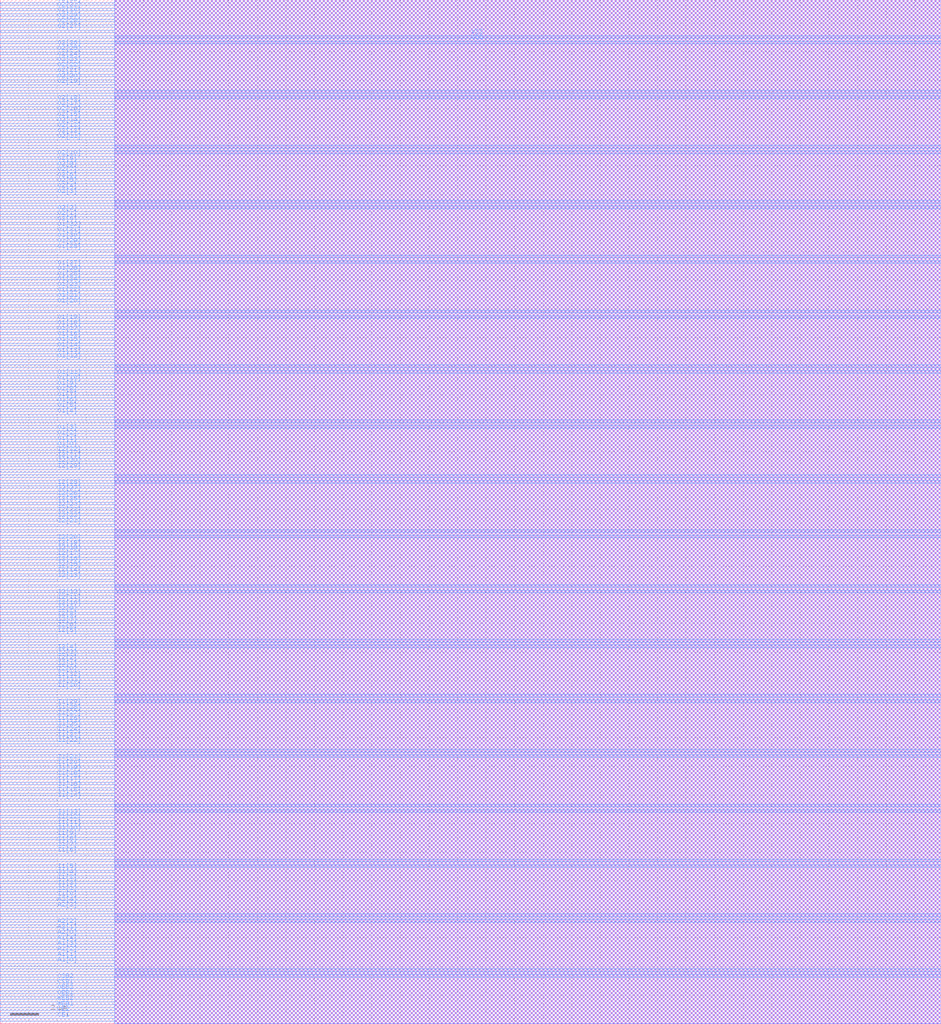
<source format=lef>
VERSION 5.6 ;
BUSBITCHARS "[]" ;
DIVIDERCHAR "/" ;

MACRO SRAM2RW32x33
  CLASS BLOCK ;
  ORIGIN 0 0 ;
  FOREIGN SRAM2RW32x33 0 0 ;
  SIZE 32.928 BY 35.808 ;
  SYMMETRY X Y ;
  SITE asap7sc7p5t ;
  PIN VDD
    DIRECTION INOUT ;
    USE POWER ;
    PORT 
      LAYER M4 ;
        RECT 0.0 1.632 32.928 1.728 ;
        RECT 0.0 3.552 32.928 3.648 ;
        RECT 0.0 5.472 32.928 5.568 ;
        RECT 0.0 7.392 32.928 7.488 ;
        RECT 0.0 9.312 32.928 9.408 ;
        RECT 0.0 11.232 32.928 11.328 ;
        RECT 0.0 13.152 32.928 13.248 ;
        RECT 0.0 15.072 32.928 15.168 ;
        RECT 0.0 16.992 32.928 17.088 ;
        RECT 0.0 18.912 32.928 19.008 ;
        RECT 0.0 20.832 32.928 20.928 ;
        RECT 0.0 22.752 32.928 22.848 ;
        RECT 0.0 24.672 32.928 24.768 ;
        RECT 0.0 26.592 32.928 26.688 ;
        RECT 0.0 28.512 32.928 28.608 ;
        RECT 0.0 30.432 32.928 30.528 ;
        RECT 0.0 32.352 32.928 32.448 ;
        RECT 0.0 34.272 32.928 34.368 ;
    END 
  END VDD
  PIN VSS
    DIRECTION INOUT ;
    USE GROUND ;
    PORT 
      LAYER M4 ;
        RECT 0.0 1.824 32.928 1.92 ;
        RECT 0.0 3.744 32.928 3.84 ;
        RECT 0.0 5.664 32.928 5.76 ;
        RECT 0.0 7.584 32.928 7.68 ;
        RECT 0.0 9.504 32.928 9.6 ;
        RECT 0.0 11.424 32.928 11.52 ;
        RECT 0.0 13.344 32.928 13.44 ;
        RECT 0.0 15.264 32.928 15.36 ;
        RECT 0.0 17.184 32.928 17.28 ;
        RECT 0.0 19.104 32.928 19.2 ;
        RECT 0.0 21.024 32.928 21.12 ;
        RECT 0.0 22.944 32.928 23.04 ;
        RECT 0.0 24.864 32.928 24.96 ;
        RECT 0.0 26.784 32.928 26.88 ;
        RECT 0.0 28.704 32.928 28.8 ;
        RECT 0.0 30.624 32.928 30.72 ;
        RECT 0.0 32.544 32.928 32.64 ;
        RECT 0.0 34.464 32.928 34.56 ;
    END 
  END VSS
  PIN CE1
    DIRECTION INPUT ;
    USE SIGNAL ;
    PORT 
      LAYER M4 ;
        RECT 0.0 0.096 4.0 0.192 ;
    END 
  END CE1
  PIN CE2
    DIRECTION INPUT ;
    USE SIGNAL ;
    PORT 
      LAYER M4 ;
        RECT 0.0 0.288 4.0 0.384 ;
    END 
  END CE2
  PIN WEB1
    DIRECTION INPUT ;
    USE SIGNAL ;
    PORT 
      LAYER M4 ;
        RECT 0.0 0.48 4.0 0.576 ;
    END 
  END WEB1
  PIN WEB2
    DIRECTION INPUT ;
    USE SIGNAL ;
    PORT 
      LAYER M4 ;
        RECT 0.0 0.672 4.0 0.768 ;
    END 
  END WEB2
  PIN OEB1
    DIRECTION INPUT ;
    USE SIGNAL ;
    PORT 
      LAYER M4 ;
        RECT 0.0 0.864 4.0 0.96 ;
    END 
  END OEB1
  PIN OEB2
    DIRECTION INPUT ;
    USE SIGNAL ;
    PORT 
      LAYER M4 ;
        RECT 0.0 1.056 4.0 1.152 ;
    END 
  END OEB2
  PIN CSB1
    DIRECTION INPUT ;
    USE SIGNAL ;
    PORT 
      LAYER M4 ;
        RECT 0.0 1.248 4.0 1.344 ;
    END 
  END CSB1
  PIN CSB2
    DIRECTION INPUT ;
    USE SIGNAL ;
    PORT 
      LAYER M4 ;
        RECT 0.0 1.44 4.0 1.536 ;
    END 
  END CSB2
  PIN A1[0]
    DIRECTION INPUT ;
    USE SIGNAL ;
    PORT 
      LAYER M4 ;
        RECT 0.0 2.016 4.0 2.112 ;
    END 
  END A1[0]
  PIN A1[1]
    DIRECTION INPUT ;
    USE SIGNAL ;
    PORT 
      LAYER M4 ;
        RECT 0.0 2.208 4.0 2.304 ;
    END 
  END A1[1]
  PIN A1[2]
    DIRECTION INPUT ;
    USE SIGNAL ;
    PORT 
      LAYER M4 ;
        RECT 0.0 2.4 4.0 2.496 ;
    END 
  END A1[2]
  PIN A1[3]
    DIRECTION INPUT ;
    USE SIGNAL ;
    PORT 
      LAYER M4 ;
        RECT 0.0 2.592 4.0 2.688 ;
    END 
  END A1[3]
  PIN A1[4]
    DIRECTION INPUT ;
    USE SIGNAL ;
    PORT 
      LAYER M4 ;
        RECT 0.0 2.784 4.0 2.88 ;
    END 
  END A1[4]
  PIN A2[0]
    DIRECTION INPUT ;
    USE SIGNAL ;
    PORT 
      LAYER M4 ;
        RECT 0.0 2.976 4.0 3.072 ;
    END 
  END A2[0]
  PIN A2[1]
    DIRECTION INPUT ;
    USE SIGNAL ;
    PORT 
      LAYER M4 ;
        RECT 0.0 3.168 4.0 3.264 ;
    END 
  END A2[1]
  PIN A2[2]
    DIRECTION INPUT ;
    USE SIGNAL ;
    PORT 
      LAYER M4 ;
        RECT 0.0 3.36 4.0 3.456 ;
    END 
  END A2[2]
  PIN A2[3]
    DIRECTION INPUT ;
    USE SIGNAL ;
    PORT 
      LAYER M4 ;
        RECT 0.0 3.936 4.0 4.032 ;
    END 
  END A2[3]
  PIN A2[4]
    DIRECTION INPUT ;
    USE SIGNAL ;
    PORT 
      LAYER M4 ;
        RECT 0.0 4.128 4.0 4.224 ;
    END 
  END A2[4]
  PIN I1[0]
    DIRECTION INPUT ;
    USE SIGNAL ;
    PORT 
      LAYER M4 ;
        RECT 0.0 4.32 4.0 4.416 ;
    END 
  END I1[0]
  PIN I1[1]
    DIRECTION INPUT ;
    USE SIGNAL ;
    PORT 
      LAYER M4 ;
        RECT 0.0 4.512 4.0 4.608 ;
    END 
  END I1[1]
  PIN I1[2]
    DIRECTION INPUT ;
    USE SIGNAL ;
    PORT 
      LAYER M4 ;
        RECT 0.0 4.704 4.0 4.8 ;
    END 
  END I1[2]
  PIN I1[3]
    DIRECTION INPUT ;
    USE SIGNAL ;
    PORT 
      LAYER M4 ;
        RECT 0.0 4.896 4.0 4.992 ;
    END 
  END I1[3]
  PIN I1[4]
    DIRECTION INPUT ;
    USE SIGNAL ;
    PORT 
      LAYER M4 ;
        RECT 0.0 5.088 4.0 5.184 ;
    END 
  END I1[4]
  PIN I1[5]
    DIRECTION INPUT ;
    USE SIGNAL ;
    PORT 
      LAYER M4 ;
        RECT 0.0 5.28 4.0 5.376 ;
    END 
  END I1[5]
  PIN I1[6]
    DIRECTION INPUT ;
    USE SIGNAL ;
    PORT 
      LAYER M4 ;
        RECT 0.0 5.856 4.0 5.952 ;
    END 
  END I1[6]
  PIN I1[7]
    DIRECTION INPUT ;
    USE SIGNAL ;
    PORT 
      LAYER M4 ;
        RECT 0.0 6.048 4.0 6.144 ;
    END 
  END I1[7]
  PIN I1[8]
    DIRECTION INPUT ;
    USE SIGNAL ;
    PORT 
      LAYER M4 ;
        RECT 0.0 6.24 4.0 6.336 ;
    END 
  END I1[8]
  PIN I1[9]
    DIRECTION INPUT ;
    USE SIGNAL ;
    PORT 
      LAYER M4 ;
        RECT 0.0 6.432 4.0 6.528 ;
    END 
  END I1[9]
  PIN I1[10]
    DIRECTION INPUT ;
    USE SIGNAL ;
    PORT 
      LAYER M4 ;
        RECT 0.0 6.624 4.0 6.72 ;
    END 
  END I1[10]
  PIN I1[11]
    DIRECTION INPUT ;
    USE SIGNAL ;
    PORT 
      LAYER M4 ;
        RECT 0.0 6.816 4.0 6.912 ;
    END 
  END I1[11]
  PIN I1[12]
    DIRECTION INPUT ;
    USE SIGNAL ;
    PORT 
      LAYER M4 ;
        RECT 0.0 7.008 4.0 7.104 ;
    END 
  END I1[12]
  PIN I1[13]
    DIRECTION INPUT ;
    USE SIGNAL ;
    PORT 
      LAYER M4 ;
        RECT 0.0 7.2 4.0 7.296 ;
    END 
  END I1[13]
  PIN I1[14]
    DIRECTION INPUT ;
    USE SIGNAL ;
    PORT 
      LAYER M4 ;
        RECT 0.0 7.776 4.0 7.872 ;
    END 
  END I1[14]
  PIN I1[15]
    DIRECTION INPUT ;
    USE SIGNAL ;
    PORT 
      LAYER M4 ;
        RECT 0.0 7.968 4.0 8.064 ;
    END 
  END I1[15]
  PIN I1[16]
    DIRECTION INPUT ;
    USE SIGNAL ;
    PORT 
      LAYER M4 ;
        RECT 0.0 8.16 4.0 8.256 ;
    END 
  END I1[16]
  PIN I1[17]
    DIRECTION INPUT ;
    USE SIGNAL ;
    PORT 
      LAYER M4 ;
        RECT 0.0 8.352 4.0 8.448 ;
    END 
  END I1[17]
  PIN I1[18]
    DIRECTION INPUT ;
    USE SIGNAL ;
    PORT 
      LAYER M4 ;
        RECT 0.0 8.544 4.0 8.64 ;
    END 
  END I1[18]
  PIN I1[19]
    DIRECTION INPUT ;
    USE SIGNAL ;
    PORT 
      LAYER M4 ;
        RECT 0.0 8.736 4.0 8.832 ;
    END 
  END I1[19]
  PIN I1[20]
    DIRECTION INPUT ;
    USE SIGNAL ;
    PORT 
      LAYER M4 ;
        RECT 0.0 8.928 4.0 9.024 ;
    END 
  END I1[20]
  PIN I1[21]
    DIRECTION INPUT ;
    USE SIGNAL ;
    PORT 
      LAYER M4 ;
        RECT 0.0 9.12 4.0 9.216 ;
    END 
  END I1[21]
  PIN I1[22]
    DIRECTION INPUT ;
    USE SIGNAL ;
    PORT 
      LAYER M4 ;
        RECT 0.0 9.696 4.0 9.792 ;
    END 
  END I1[22]
  PIN I1[23]
    DIRECTION INPUT ;
    USE SIGNAL ;
    PORT 
      LAYER M4 ;
        RECT 0.0 9.888 4.0 9.984 ;
    END 
  END I1[23]
  PIN I1[24]
    DIRECTION INPUT ;
    USE SIGNAL ;
    PORT 
      LAYER M4 ;
        RECT 0.0 10.08 4.0 10.176 ;
    END 
  END I1[24]
  PIN I1[25]
    DIRECTION INPUT ;
    USE SIGNAL ;
    PORT 
      LAYER M4 ;
        RECT 0.0 10.272 4.0 10.368 ;
    END 
  END I1[25]
  PIN I1[26]
    DIRECTION INPUT ;
    USE SIGNAL ;
    PORT 
      LAYER M4 ;
        RECT 0.0 10.464 4.0 10.56 ;
    END 
  END I1[26]
  PIN I1[27]
    DIRECTION INPUT ;
    USE SIGNAL ;
    PORT 
      LAYER M4 ;
        RECT 0.0 10.656 4.0 10.752 ;
    END 
  END I1[27]
  PIN I1[28]
    DIRECTION INPUT ;
    USE SIGNAL ;
    PORT 
      LAYER M4 ;
        RECT 0.0 10.848 4.0 10.944 ;
    END 
  END I1[28]
  PIN I1[29]
    DIRECTION INPUT ;
    USE SIGNAL ;
    PORT 
      LAYER M4 ;
        RECT 0.0 11.04 4.0 11.136 ;
    END 
  END I1[29]
  PIN I1[30]
    DIRECTION INPUT ;
    USE SIGNAL ;
    PORT 
      LAYER M4 ;
        RECT 0.0 11.616 4.0 11.712 ;
    END 
  END I1[30]
  PIN I1[31]
    DIRECTION INPUT ;
    USE SIGNAL ;
    PORT 
      LAYER M4 ;
        RECT 0.0 11.808 4.0 11.904 ;
    END 
  END I1[31]
  PIN I1[32]
    DIRECTION INPUT ;
    USE SIGNAL ;
    PORT 
      LAYER M4 ;
        RECT 0.0 12.0 4.0 12.096 ;
    END 
  END I1[32]
  PIN I2[0]
    DIRECTION INPUT ;
    USE SIGNAL ;
    PORT 
      LAYER M4 ;
        RECT 0.0 12.192 4.0 12.288 ;
    END 
  END I2[0]
  PIN I2[1]
    DIRECTION INPUT ;
    USE SIGNAL ;
    PORT 
      LAYER M4 ;
        RECT 0.0 12.384 4.0 12.48 ;
    END 
  END I2[1]
  PIN I2[2]
    DIRECTION INPUT ;
    USE SIGNAL ;
    PORT 
      LAYER M4 ;
        RECT 0.0 12.576 4.0 12.672 ;
    END 
  END I2[2]
  PIN I2[3]
    DIRECTION INPUT ;
    USE SIGNAL ;
    PORT 
      LAYER M4 ;
        RECT 0.0 12.768 4.0 12.864 ;
    END 
  END I2[3]
  PIN I2[4]
    DIRECTION INPUT ;
    USE SIGNAL ;
    PORT 
      LAYER M4 ;
        RECT 0.0 12.96 4.0 13.056 ;
    END 
  END I2[4]
  PIN I2[5]
    DIRECTION INPUT ;
    USE SIGNAL ;
    PORT 
      LAYER M4 ;
        RECT 0.0 13.536 4.0 13.632 ;
    END 
  END I2[5]
  PIN I2[6]
    DIRECTION INPUT ;
    USE SIGNAL ;
    PORT 
      LAYER M4 ;
        RECT 0.0 13.728 4.0 13.824 ;
    END 
  END I2[6]
  PIN I2[7]
    DIRECTION INPUT ;
    USE SIGNAL ;
    PORT 
      LAYER M4 ;
        RECT 0.0 13.92 4.0 14.016 ;
    END 
  END I2[7]
  PIN I2[8]
    DIRECTION INPUT ;
    USE SIGNAL ;
    PORT 
      LAYER M4 ;
        RECT 0.0 14.112 4.0 14.208 ;
    END 
  END I2[8]
  PIN I2[9]
    DIRECTION INPUT ;
    USE SIGNAL ;
    PORT 
      LAYER M4 ;
        RECT 0.0 14.304 4.0 14.4 ;
    END 
  END I2[9]
  PIN I2[10]
    DIRECTION INPUT ;
    USE SIGNAL ;
    PORT 
      LAYER M4 ;
        RECT 0.0 14.496 4.0 14.592 ;
    END 
  END I2[10]
  PIN I2[11]
    DIRECTION INPUT ;
    USE SIGNAL ;
    PORT 
      LAYER M4 ;
        RECT 0.0 14.688 4.0 14.784 ;
    END 
  END I2[11]
  PIN I2[12]
    DIRECTION INPUT ;
    USE SIGNAL ;
    PORT 
      LAYER M4 ;
        RECT 0.0 14.88 4.0 14.976 ;
    END 
  END I2[12]
  PIN I2[13]
    DIRECTION INPUT ;
    USE SIGNAL ;
    PORT 
      LAYER M4 ;
        RECT 0.0 15.456 4.0 15.552 ;
    END 
  END I2[13]
  PIN I2[14]
    DIRECTION INPUT ;
    USE SIGNAL ;
    PORT 
      LAYER M4 ;
        RECT 0.0 15.648 4.0 15.744 ;
    END 
  END I2[14]
  PIN I2[15]
    DIRECTION INPUT ;
    USE SIGNAL ;
    PORT 
      LAYER M4 ;
        RECT 0.0 15.84 4.0 15.936 ;
    END 
  END I2[15]
  PIN I2[16]
    DIRECTION INPUT ;
    USE SIGNAL ;
    PORT 
      LAYER M4 ;
        RECT 0.0 16.032 4.0 16.128 ;
    END 
  END I2[16]
  PIN I2[17]
    DIRECTION INPUT ;
    USE SIGNAL ;
    PORT 
      LAYER M4 ;
        RECT 0.0 16.224 4.0 16.32 ;
    END 
  END I2[17]
  PIN I2[18]
    DIRECTION INPUT ;
    USE SIGNAL ;
    PORT 
      LAYER M4 ;
        RECT 0.0 16.416 4.0 16.512 ;
    END 
  END I2[18]
  PIN I2[19]
    DIRECTION INPUT ;
    USE SIGNAL ;
    PORT 
      LAYER M4 ;
        RECT 0.0 16.608 4.0 16.704 ;
    END 
  END I2[19]
  PIN I2[20]
    DIRECTION INPUT ;
    USE SIGNAL ;
    PORT 
      LAYER M4 ;
        RECT 0.0 16.8 4.0 16.896 ;
    END 
  END I2[20]
  PIN I2[21]
    DIRECTION INPUT ;
    USE SIGNAL ;
    PORT 
      LAYER M4 ;
        RECT 0.0 17.376 4.0 17.472 ;
    END 
  END I2[21]
  PIN I2[22]
    DIRECTION INPUT ;
    USE SIGNAL ;
    PORT 
      LAYER M4 ;
        RECT 0.0 17.568 4.0 17.664 ;
    END 
  END I2[22]
  PIN I2[23]
    DIRECTION INPUT ;
    USE SIGNAL ;
    PORT 
      LAYER M4 ;
        RECT 0.0 17.76 4.0 17.856 ;
    END 
  END I2[23]
  PIN I2[24]
    DIRECTION INPUT ;
    USE SIGNAL ;
    PORT 
      LAYER M4 ;
        RECT 0.0 17.952 4.0 18.048 ;
    END 
  END I2[24]
  PIN I2[25]
    DIRECTION INPUT ;
    USE SIGNAL ;
    PORT 
      LAYER M4 ;
        RECT 0.0 18.144 4.0 18.24 ;
    END 
  END I2[25]
  PIN I2[26]
    DIRECTION INPUT ;
    USE SIGNAL ;
    PORT 
      LAYER M4 ;
        RECT 0.0 18.336 4.0 18.432 ;
    END 
  END I2[26]
  PIN I2[27]
    DIRECTION INPUT ;
    USE SIGNAL ;
    PORT 
      LAYER M4 ;
        RECT 0.0 18.528 4.0 18.624 ;
    END 
  END I2[27]
  PIN I2[28]
    DIRECTION INPUT ;
    USE SIGNAL ;
    PORT 
      LAYER M4 ;
        RECT 0.0 18.72 4.0 18.816 ;
    END 
  END I2[28]
  PIN I2[29]
    DIRECTION INPUT ;
    USE SIGNAL ;
    PORT 
      LAYER M4 ;
        RECT 0.0 19.296 4.0 19.392 ;
    END 
  END I2[29]
  PIN I2[30]
    DIRECTION INPUT ;
    USE SIGNAL ;
    PORT 
      LAYER M4 ;
        RECT 0.0 19.488 4.0 19.584 ;
    END 
  END I2[30]
  PIN I2[31]
    DIRECTION INPUT ;
    USE SIGNAL ;
    PORT 
      LAYER M4 ;
        RECT 0.0 19.68 4.0 19.776 ;
    END 
  END I2[31]
  PIN I2[32]
    DIRECTION INPUT ;
    USE SIGNAL ;
    PORT 
      LAYER M4 ;
        RECT 0.0 19.872 4.0 19.968 ;
    END 
  END I2[32]
  PIN O1[0]
    DIRECTION OUTPUT ;
    USE SIGNAL ;
    PORT 
      LAYER M4 ;
        RECT 0.0 20.064 4.0 20.16 ;
    END 
  END O1[0]
  PIN O1[1]
    DIRECTION OUTPUT ;
    USE SIGNAL ;
    PORT 
      LAYER M4 ;
        RECT 0.0 20.256 4.0 20.352 ;
    END 
  END O1[1]
  PIN O1[2]
    DIRECTION OUTPUT ;
    USE SIGNAL ;
    PORT 
      LAYER M4 ;
        RECT 0.0 20.448 4.0 20.544 ;
    END 
  END O1[2]
  PIN O1[3]
    DIRECTION OUTPUT ;
    USE SIGNAL ;
    PORT 
      LAYER M4 ;
        RECT 0.0 20.64 4.0 20.736 ;
    END 
  END O1[3]
  PIN O1[4]
    DIRECTION OUTPUT ;
    USE SIGNAL ;
    PORT 
      LAYER M4 ;
        RECT 0.0 21.216 4.0 21.312 ;
    END 
  END O1[4]
  PIN O1[5]
    DIRECTION OUTPUT ;
    USE SIGNAL ;
    PORT 
      LAYER M4 ;
        RECT 0.0 21.408 4.0 21.504 ;
    END 
  END O1[5]
  PIN O1[6]
    DIRECTION OUTPUT ;
    USE SIGNAL ;
    PORT 
      LAYER M4 ;
        RECT 0.0 21.6 4.0 21.696 ;
    END 
  END O1[6]
  PIN O1[7]
    DIRECTION OUTPUT ;
    USE SIGNAL ;
    PORT 
      LAYER M4 ;
        RECT 0.0 21.792 4.0 21.888 ;
    END 
  END O1[7]
  PIN O1[8]
    DIRECTION OUTPUT ;
    USE SIGNAL ;
    PORT 
      LAYER M4 ;
        RECT 0.0 21.984 4.0 22.08 ;
    END 
  END O1[8]
  PIN O1[9]
    DIRECTION OUTPUT ;
    USE SIGNAL ;
    PORT 
      LAYER M4 ;
        RECT 0.0 22.176 4.0 22.272 ;
    END 
  END O1[9]
  PIN O1[10]
    DIRECTION OUTPUT ;
    USE SIGNAL ;
    PORT 
      LAYER M4 ;
        RECT 0.0 22.368 4.0 22.464 ;
    END 
  END O1[10]
  PIN O1[11]
    DIRECTION OUTPUT ;
    USE SIGNAL ;
    PORT 
      LAYER M4 ;
        RECT 0.0 22.56 4.0 22.656 ;
    END 
  END O1[11]
  PIN O1[12]
    DIRECTION OUTPUT ;
    USE SIGNAL ;
    PORT 
      LAYER M4 ;
        RECT 0.0 23.136 4.0 23.232 ;
    END 
  END O1[12]
  PIN O1[13]
    DIRECTION OUTPUT ;
    USE SIGNAL ;
    PORT 
      LAYER M4 ;
        RECT 0.0 23.328 4.0 23.424 ;
    END 
  END O1[13]
  PIN O1[14]
    DIRECTION OUTPUT ;
    USE SIGNAL ;
    PORT 
      LAYER M4 ;
        RECT 0.0 23.52 4.0 23.616 ;
    END 
  END O1[14]
  PIN O1[15]
    DIRECTION OUTPUT ;
    USE SIGNAL ;
    PORT 
      LAYER M4 ;
        RECT 0.0 23.712 4.0 23.808 ;
    END 
  END O1[15]
  PIN O1[16]
    DIRECTION OUTPUT ;
    USE SIGNAL ;
    PORT 
      LAYER M4 ;
        RECT 0.0 23.904 4.0 24.0 ;
    END 
  END O1[16]
  PIN O1[17]
    DIRECTION OUTPUT ;
    USE SIGNAL ;
    PORT 
      LAYER M4 ;
        RECT 0.0 24.096 4.0 24.192 ;
    END 
  END O1[17]
  PIN O1[18]
    DIRECTION OUTPUT ;
    USE SIGNAL ;
    PORT 
      LAYER M4 ;
        RECT 0.0 24.288 4.0 24.384 ;
    END 
  END O1[18]
  PIN O1[19]
    DIRECTION OUTPUT ;
    USE SIGNAL ;
    PORT 
      LAYER M4 ;
        RECT 0.0 24.48 4.0 24.576 ;
    END 
  END O1[19]
  PIN O1[20]
    DIRECTION OUTPUT ;
    USE SIGNAL ;
    PORT 
      LAYER M4 ;
        RECT 0.0 25.056 4.0 25.152 ;
    END 
  END O1[20]
  PIN O1[21]
    DIRECTION OUTPUT ;
    USE SIGNAL ;
    PORT 
      LAYER M4 ;
        RECT 0.0 25.248 4.0 25.344 ;
    END 
  END O1[21]
  PIN O1[22]
    DIRECTION OUTPUT ;
    USE SIGNAL ;
    PORT 
      LAYER M4 ;
        RECT 0.0 25.44 4.0 25.536 ;
    END 
  END O1[22]
  PIN O1[23]
    DIRECTION OUTPUT ;
    USE SIGNAL ;
    PORT 
      LAYER M4 ;
        RECT 0.0 25.632 4.0 25.728 ;
    END 
  END O1[23]
  PIN O1[24]
    DIRECTION OUTPUT ;
    USE SIGNAL ;
    PORT 
      LAYER M4 ;
        RECT 0.0 25.824 4.0 25.92 ;
    END 
  END O1[24]
  PIN O1[25]
    DIRECTION OUTPUT ;
    USE SIGNAL ;
    PORT 
      LAYER M4 ;
        RECT 0.0 26.016 4.0 26.112 ;
    END 
  END O1[25]
  PIN O1[26]
    DIRECTION OUTPUT ;
    USE SIGNAL ;
    PORT 
      LAYER M4 ;
        RECT 0.0 26.208 4.0 26.304 ;
    END 
  END O1[26]
  PIN O1[27]
    DIRECTION OUTPUT ;
    USE SIGNAL ;
    PORT 
      LAYER M4 ;
        RECT 0.0 26.4 4.0 26.496 ;
    END 
  END O1[27]
  PIN O1[28]
    DIRECTION OUTPUT ;
    USE SIGNAL ;
    PORT 
      LAYER M4 ;
        RECT 0.0 26.976 4.0 27.072 ;
    END 
  END O1[28]
  PIN O1[29]
    DIRECTION OUTPUT ;
    USE SIGNAL ;
    PORT 
      LAYER M4 ;
        RECT 0.0 27.168 4.0 27.264 ;
    END 
  END O1[29]
  PIN O1[30]
    DIRECTION OUTPUT ;
    USE SIGNAL ;
    PORT 
      LAYER M4 ;
        RECT 0.0 27.36 4.0 27.456 ;
    END 
  END O1[30]
  PIN O1[31]
    DIRECTION OUTPUT ;
    USE SIGNAL ;
    PORT 
      LAYER M4 ;
        RECT 0.0 27.552 4.0 27.648 ;
    END 
  END O1[31]
  PIN O1[32]
    DIRECTION OUTPUT ;
    USE SIGNAL ;
    PORT 
      LAYER M4 ;
        RECT 0.0 27.744 4.0 27.84 ;
    END 
  END O1[32]
  PIN O2[0]
    DIRECTION OUTPUT ;
    USE SIGNAL ;
    PORT 
      LAYER M4 ;
        RECT 0.0 27.936 4.0 28.032 ;
    END 
  END O2[0]
  PIN O2[1]
    DIRECTION OUTPUT ;
    USE SIGNAL ;
    PORT 
      LAYER M4 ;
        RECT 0.0 28.128 4.0 28.224 ;
    END 
  END O2[1]
  PIN O2[2]
    DIRECTION OUTPUT ;
    USE SIGNAL ;
    PORT 
      LAYER M4 ;
        RECT 0.0 28.32 4.0 28.416 ;
    END 
  END O2[2]
  PIN O2[3]
    DIRECTION OUTPUT ;
    USE SIGNAL ;
    PORT 
      LAYER M4 ;
        RECT 0.0 28.896 4.0 28.992 ;
    END 
  END O2[3]
  PIN O2[4]
    DIRECTION OUTPUT ;
    USE SIGNAL ;
    PORT 
      LAYER M4 ;
        RECT 0.0 29.088 4.0 29.184 ;
    END 
  END O2[4]
  PIN O2[5]
    DIRECTION OUTPUT ;
    USE SIGNAL ;
    PORT 
      LAYER M4 ;
        RECT 0.0 29.28 4.0 29.376 ;
    END 
  END O2[5]
  PIN O2[6]
    DIRECTION OUTPUT ;
    USE SIGNAL ;
    PORT 
      LAYER M4 ;
        RECT 0.0 29.472 4.0 29.568 ;
    END 
  END O2[6]
  PIN O2[7]
    DIRECTION OUTPUT ;
    USE SIGNAL ;
    PORT 
      LAYER M4 ;
        RECT 0.0 29.664 4.0 29.76 ;
    END 
  END O2[7]
  PIN O2[8]
    DIRECTION OUTPUT ;
    USE SIGNAL ;
    PORT 
      LAYER M4 ;
        RECT 0.0 29.856 4.0 29.952 ;
    END 
  END O2[8]
  PIN O2[9]
    DIRECTION OUTPUT ;
    USE SIGNAL ;
    PORT 
      LAYER M4 ;
        RECT 0.0 30.048 4.0 30.144 ;
    END 
  END O2[9]
  PIN O2[10]
    DIRECTION OUTPUT ;
    USE SIGNAL ;
    PORT 
      LAYER M4 ;
        RECT 0.0 30.24 4.0 30.336 ;
    END 
  END O2[10]
  PIN O2[11]
    DIRECTION OUTPUT ;
    USE SIGNAL ;
    PORT 
      LAYER M4 ;
        RECT 0.0 30.816 4.0 30.912 ;
    END 
  END O2[11]
  PIN O2[12]
    DIRECTION OUTPUT ;
    USE SIGNAL ;
    PORT 
      LAYER M4 ;
        RECT 0.0 31.008 4.0 31.104 ;
    END 
  END O2[12]
  PIN O2[13]
    DIRECTION OUTPUT ;
    USE SIGNAL ;
    PORT 
      LAYER M4 ;
        RECT 0.0 31.2 4.0 31.296 ;
    END 
  END O2[13]
  PIN O2[14]
    DIRECTION OUTPUT ;
    USE SIGNAL ;
    PORT 
      LAYER M4 ;
        RECT 0.0 31.392 4.0 31.488 ;
    END 
  END O2[14]
  PIN O2[15]
    DIRECTION OUTPUT ;
    USE SIGNAL ;
    PORT 
      LAYER M4 ;
        RECT 0.0 31.584 4.0 31.68 ;
    END 
  END O2[15]
  PIN O2[16]
    DIRECTION OUTPUT ;
    USE SIGNAL ;
    PORT 
      LAYER M4 ;
        RECT 0.0 31.776 4.0 31.872 ;
    END 
  END O2[16]
  PIN O2[17]
    DIRECTION OUTPUT ;
    USE SIGNAL ;
    PORT 
      LAYER M4 ;
        RECT 0.0 31.968 4.0 32.064 ;
    END 
  END O2[17]
  PIN O2[18]
    DIRECTION OUTPUT ;
    USE SIGNAL ;
    PORT 
      LAYER M4 ;
        RECT 0.0 32.16 4.0 32.256 ;
    END 
  END O2[18]
  PIN O2[19]
    DIRECTION OUTPUT ;
    USE SIGNAL ;
    PORT 
      LAYER M4 ;
        RECT 0.0 32.736 4.0 32.832 ;
    END 
  END O2[19]
  PIN O2[20]
    DIRECTION OUTPUT ;
    USE SIGNAL ;
    PORT 
      LAYER M4 ;
        RECT 0.0 32.928 4.0 33.024 ;
    END 
  END O2[20]
  PIN O2[21]
    DIRECTION OUTPUT ;
    USE SIGNAL ;
    PORT 
      LAYER M4 ;
        RECT 0.0 33.12 4.0 33.216 ;
    END 
  END O2[21]
  PIN O2[22]
    DIRECTION OUTPUT ;
    USE SIGNAL ;
    PORT 
      LAYER M4 ;
        RECT 0.0 33.312 4.0 33.408 ;
    END 
  END O2[22]
  PIN O2[23]
    DIRECTION OUTPUT ;
    USE SIGNAL ;
    PORT 
      LAYER M4 ;
        RECT 0.0 33.504 4.0 33.6 ;
    END 
  END O2[23]
  PIN O2[24]
    DIRECTION OUTPUT ;
    USE SIGNAL ;
    PORT 
      LAYER M4 ;
        RECT 0.0 33.696 4.0 33.792 ;
    END 
  END O2[24]
  PIN O2[25]
    DIRECTION OUTPUT ;
    USE SIGNAL ;
    PORT 
      LAYER M4 ;
        RECT 0.0 33.888 4.0 33.984 ;
    END 
  END O2[25]
  PIN O2[26]
    DIRECTION OUTPUT ;
    USE SIGNAL ;
    PORT 
      LAYER M4 ;
        RECT 0.0 34.08 4.0 34.176 ;
    END 
  END O2[26]
  PIN O2[27]
    DIRECTION OUTPUT ;
    USE SIGNAL ;
    PORT 
      LAYER M4 ;
        RECT 0.0 34.656 4.0 34.752 ;
    END 
  END O2[27]
  PIN O2[28]
    DIRECTION OUTPUT ;
    USE SIGNAL ;
    PORT 
      LAYER M4 ;
        RECT 0.0 34.848 4.0 34.944 ;
    END 
  END O2[28]
  PIN O2[29]
    DIRECTION OUTPUT ;
    USE SIGNAL ;
    PORT 
      LAYER M4 ;
        RECT 0.0 35.04 4.0 35.136 ;
    END 
  END O2[29]
  PIN O2[30]
    DIRECTION OUTPUT ;
    USE SIGNAL ;
    PORT 
      LAYER M4 ;
        RECT 0.0 35.232 4.0 35.328 ;
    END 
  END O2[30]
  PIN O2[31]
    DIRECTION OUTPUT ;
    USE SIGNAL ;
    PORT 
      LAYER M4 ;
        RECT 0.0 35.424 4.0 35.52 ;
    END 
  END O2[31]
  PIN O2[32]
    DIRECTION OUTPUT ;
    USE SIGNAL ;
    PORT 
      LAYER M4 ;
        RECT 0.0 35.616 4.0 35.712 ;
    END 
  END O2[32]
  OBS 
    LAYER M1 ;
      RECT 4.0 0.0 32.928 35.808 ;
    LAYER M2 ;
      RECT 4.0 0.0 32.928 35.808 ;
    LAYER M3 ;
      RECT 4.0 0.0 32.928 35.808 ;
  END 
END SRAM2RW32x33

END LIBRARY
</source>
